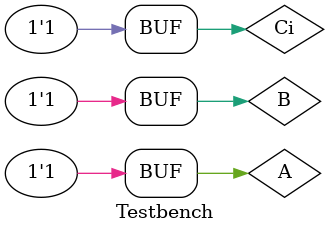
<source format=v>
`timescale 1ns / 1ps


module Testbench;

	// Inputs
	reg A;
	reg B;
	reg Ci;

	// Outputs
	wire S;
	wire Co;

	// Instantiate the Unit Under Test (UUT)
	Sumador uut (
		.A(A), 
		.B(B), 
		.Ci(Ci), 
		.S(S), 
		.Co(Co)
	);

	initial begin
		A = 0;
		B = 0;
		Ci = 0;
		#100;
		A = 1;
		B = 0;
		Ci = 0;
		#100;
		A = 0;
		B = 1;
		Ci = 0;
		#100;
		A = 1;
		B = 1;
		Ci = 0;
		#100;
		A = 0;
		B = 0;
		Ci = 1;
		#100;
		A = 1;
		B = 0;
		Ci = 1;
		#100;
		A = 0;
		B = 1;
		Ci = 1;
		#100;
		A = 1;
		B = 1;
		Ci = 1;
		#100;
	end
      
endmodule


</source>
